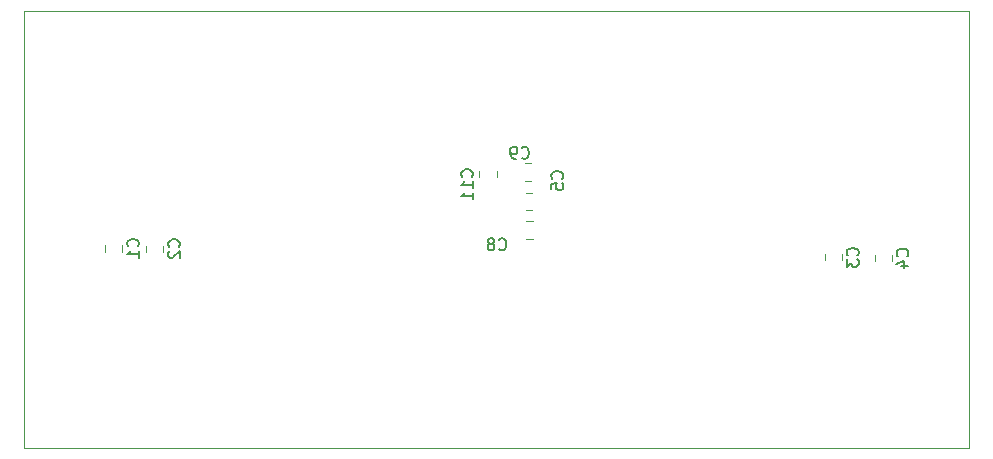
<source format=gbr>
%TF.GenerationSoftware,KiCad,Pcbnew,9.0.0*%
%TF.CreationDate,2025-03-14T14:13:33-06:00*%
%TF.ProjectId,scrollwheel_peripheral,7363726f-6c6c-4776-9865-656c5f706572,rev?*%
%TF.SameCoordinates,Original*%
%TF.FileFunction,Legend,Bot*%
%TF.FilePolarity,Positive*%
%FSLAX46Y46*%
G04 Gerber Fmt 4.6, Leading zero omitted, Abs format (unit mm)*
G04 Created by KiCad (PCBNEW 9.0.0) date 2025-03-14 14:13:33*
%MOMM*%
%LPD*%
G01*
G04 APERTURE LIST*
%ADD10C,0.150000*%
%ADD11C,0.120000*%
%TA.AperFunction,Profile*%
%ADD12C,0.050000*%
%TD*%
G04 APERTURE END LIST*
D10*
X79909580Y-67557142D02*
X79957200Y-67509523D01*
X79957200Y-67509523D02*
X80004819Y-67366666D01*
X80004819Y-67366666D02*
X80004819Y-67271428D01*
X80004819Y-67271428D02*
X79957200Y-67128571D01*
X79957200Y-67128571D02*
X79861961Y-67033333D01*
X79861961Y-67033333D02*
X79766723Y-66985714D01*
X79766723Y-66985714D02*
X79576247Y-66938095D01*
X79576247Y-66938095D02*
X79433390Y-66938095D01*
X79433390Y-66938095D02*
X79242914Y-66985714D01*
X79242914Y-66985714D02*
X79147676Y-67033333D01*
X79147676Y-67033333D02*
X79052438Y-67128571D01*
X79052438Y-67128571D02*
X79004819Y-67271428D01*
X79004819Y-67271428D02*
X79004819Y-67366666D01*
X79004819Y-67366666D02*
X79052438Y-67509523D01*
X79052438Y-67509523D02*
X79100057Y-67557142D01*
X80004819Y-68509523D02*
X80004819Y-67938095D01*
X80004819Y-68223809D02*
X79004819Y-68223809D01*
X79004819Y-68223809D02*
X79147676Y-68128571D01*
X79147676Y-68128571D02*
X79242914Y-68033333D01*
X79242914Y-68033333D02*
X79290533Y-67938095D01*
X80004819Y-69461904D02*
X80004819Y-68890476D01*
X80004819Y-69176190D02*
X79004819Y-69176190D01*
X79004819Y-69176190D02*
X79147676Y-69080952D01*
X79147676Y-69080952D02*
X79242914Y-68985714D01*
X79242914Y-68985714D02*
X79290533Y-68890476D01*
X51639580Y-73458333D02*
X51687200Y-73410714D01*
X51687200Y-73410714D02*
X51734819Y-73267857D01*
X51734819Y-73267857D02*
X51734819Y-73172619D01*
X51734819Y-73172619D02*
X51687200Y-73029762D01*
X51687200Y-73029762D02*
X51591961Y-72934524D01*
X51591961Y-72934524D02*
X51496723Y-72886905D01*
X51496723Y-72886905D02*
X51306247Y-72839286D01*
X51306247Y-72839286D02*
X51163390Y-72839286D01*
X51163390Y-72839286D02*
X50972914Y-72886905D01*
X50972914Y-72886905D02*
X50877676Y-72934524D01*
X50877676Y-72934524D02*
X50782438Y-73029762D01*
X50782438Y-73029762D02*
X50734819Y-73172619D01*
X50734819Y-73172619D02*
X50734819Y-73267857D01*
X50734819Y-73267857D02*
X50782438Y-73410714D01*
X50782438Y-73410714D02*
X50830057Y-73458333D01*
X51734819Y-74410714D02*
X51734819Y-73839286D01*
X51734819Y-74125000D02*
X50734819Y-74125000D01*
X50734819Y-74125000D02*
X50877676Y-74029762D01*
X50877676Y-74029762D02*
X50972914Y-73934524D01*
X50972914Y-73934524D02*
X51020533Y-73839286D01*
X116789580Y-74283333D02*
X116837200Y-74235714D01*
X116837200Y-74235714D02*
X116884819Y-74092857D01*
X116884819Y-74092857D02*
X116884819Y-73997619D01*
X116884819Y-73997619D02*
X116837200Y-73854762D01*
X116837200Y-73854762D02*
X116741961Y-73759524D01*
X116741961Y-73759524D02*
X116646723Y-73711905D01*
X116646723Y-73711905D02*
X116456247Y-73664286D01*
X116456247Y-73664286D02*
X116313390Y-73664286D01*
X116313390Y-73664286D02*
X116122914Y-73711905D01*
X116122914Y-73711905D02*
X116027676Y-73759524D01*
X116027676Y-73759524D02*
X115932438Y-73854762D01*
X115932438Y-73854762D02*
X115884819Y-73997619D01*
X115884819Y-73997619D02*
X115884819Y-74092857D01*
X115884819Y-74092857D02*
X115932438Y-74235714D01*
X115932438Y-74235714D02*
X115980057Y-74283333D01*
X116218152Y-75140476D02*
X116884819Y-75140476D01*
X115837200Y-74902381D02*
X116551485Y-74664286D01*
X116551485Y-74664286D02*
X116551485Y-75283333D01*
X55114580Y-73483333D02*
X55162200Y-73435714D01*
X55162200Y-73435714D02*
X55209819Y-73292857D01*
X55209819Y-73292857D02*
X55209819Y-73197619D01*
X55209819Y-73197619D02*
X55162200Y-73054762D01*
X55162200Y-73054762D02*
X55066961Y-72959524D01*
X55066961Y-72959524D02*
X54971723Y-72911905D01*
X54971723Y-72911905D02*
X54781247Y-72864286D01*
X54781247Y-72864286D02*
X54638390Y-72864286D01*
X54638390Y-72864286D02*
X54447914Y-72911905D01*
X54447914Y-72911905D02*
X54352676Y-72959524D01*
X54352676Y-72959524D02*
X54257438Y-73054762D01*
X54257438Y-73054762D02*
X54209819Y-73197619D01*
X54209819Y-73197619D02*
X54209819Y-73292857D01*
X54209819Y-73292857D02*
X54257438Y-73435714D01*
X54257438Y-73435714D02*
X54305057Y-73483333D01*
X54305057Y-73864286D02*
X54257438Y-73911905D01*
X54257438Y-73911905D02*
X54209819Y-74007143D01*
X54209819Y-74007143D02*
X54209819Y-74245238D01*
X54209819Y-74245238D02*
X54257438Y-74340476D01*
X54257438Y-74340476D02*
X54305057Y-74388095D01*
X54305057Y-74388095D02*
X54400295Y-74435714D01*
X54400295Y-74435714D02*
X54495533Y-74435714D01*
X54495533Y-74435714D02*
X54638390Y-74388095D01*
X54638390Y-74388095D02*
X55209819Y-73816667D01*
X55209819Y-73816667D02*
X55209819Y-74435714D01*
X112564580Y-74208333D02*
X112612200Y-74160714D01*
X112612200Y-74160714D02*
X112659819Y-74017857D01*
X112659819Y-74017857D02*
X112659819Y-73922619D01*
X112659819Y-73922619D02*
X112612200Y-73779762D01*
X112612200Y-73779762D02*
X112516961Y-73684524D01*
X112516961Y-73684524D02*
X112421723Y-73636905D01*
X112421723Y-73636905D02*
X112231247Y-73589286D01*
X112231247Y-73589286D02*
X112088390Y-73589286D01*
X112088390Y-73589286D02*
X111897914Y-73636905D01*
X111897914Y-73636905D02*
X111802676Y-73684524D01*
X111802676Y-73684524D02*
X111707438Y-73779762D01*
X111707438Y-73779762D02*
X111659819Y-73922619D01*
X111659819Y-73922619D02*
X111659819Y-74017857D01*
X111659819Y-74017857D02*
X111707438Y-74160714D01*
X111707438Y-74160714D02*
X111755057Y-74208333D01*
X111659819Y-74541667D02*
X111659819Y-75160714D01*
X111659819Y-75160714D02*
X112040771Y-74827381D01*
X112040771Y-74827381D02*
X112040771Y-74970238D01*
X112040771Y-74970238D02*
X112088390Y-75065476D01*
X112088390Y-75065476D02*
X112136009Y-75113095D01*
X112136009Y-75113095D02*
X112231247Y-75160714D01*
X112231247Y-75160714D02*
X112469342Y-75160714D01*
X112469342Y-75160714D02*
X112564580Y-75113095D01*
X112564580Y-75113095D02*
X112612200Y-75065476D01*
X112612200Y-75065476D02*
X112659819Y-74970238D01*
X112659819Y-74970238D02*
X112659819Y-74684524D01*
X112659819Y-74684524D02*
X112612200Y-74589286D01*
X112612200Y-74589286D02*
X112564580Y-74541667D01*
X87559580Y-67718333D02*
X87607200Y-67670714D01*
X87607200Y-67670714D02*
X87654819Y-67527857D01*
X87654819Y-67527857D02*
X87654819Y-67432619D01*
X87654819Y-67432619D02*
X87607200Y-67289762D01*
X87607200Y-67289762D02*
X87511961Y-67194524D01*
X87511961Y-67194524D02*
X87416723Y-67146905D01*
X87416723Y-67146905D02*
X87226247Y-67099286D01*
X87226247Y-67099286D02*
X87083390Y-67099286D01*
X87083390Y-67099286D02*
X86892914Y-67146905D01*
X86892914Y-67146905D02*
X86797676Y-67194524D01*
X86797676Y-67194524D02*
X86702438Y-67289762D01*
X86702438Y-67289762D02*
X86654819Y-67432619D01*
X86654819Y-67432619D02*
X86654819Y-67527857D01*
X86654819Y-67527857D02*
X86702438Y-67670714D01*
X86702438Y-67670714D02*
X86750057Y-67718333D01*
X86654819Y-68623095D02*
X86654819Y-68146905D01*
X86654819Y-68146905D02*
X87131009Y-68099286D01*
X87131009Y-68099286D02*
X87083390Y-68146905D01*
X87083390Y-68146905D02*
X87035771Y-68242143D01*
X87035771Y-68242143D02*
X87035771Y-68480238D01*
X87035771Y-68480238D02*
X87083390Y-68575476D01*
X87083390Y-68575476D02*
X87131009Y-68623095D01*
X87131009Y-68623095D02*
X87226247Y-68670714D01*
X87226247Y-68670714D02*
X87464342Y-68670714D01*
X87464342Y-68670714D02*
X87559580Y-68623095D01*
X87559580Y-68623095D02*
X87607200Y-68575476D01*
X87607200Y-68575476D02*
X87654819Y-68480238D01*
X87654819Y-68480238D02*
X87654819Y-68242143D01*
X87654819Y-68242143D02*
X87607200Y-68146905D01*
X87607200Y-68146905D02*
X87559580Y-68099286D01*
X82216666Y-73684580D02*
X82264285Y-73732200D01*
X82264285Y-73732200D02*
X82407142Y-73779819D01*
X82407142Y-73779819D02*
X82502380Y-73779819D01*
X82502380Y-73779819D02*
X82645237Y-73732200D01*
X82645237Y-73732200D02*
X82740475Y-73636961D01*
X82740475Y-73636961D02*
X82788094Y-73541723D01*
X82788094Y-73541723D02*
X82835713Y-73351247D01*
X82835713Y-73351247D02*
X82835713Y-73208390D01*
X82835713Y-73208390D02*
X82788094Y-73017914D01*
X82788094Y-73017914D02*
X82740475Y-72922676D01*
X82740475Y-72922676D02*
X82645237Y-72827438D01*
X82645237Y-72827438D02*
X82502380Y-72779819D01*
X82502380Y-72779819D02*
X82407142Y-72779819D01*
X82407142Y-72779819D02*
X82264285Y-72827438D01*
X82264285Y-72827438D02*
X82216666Y-72875057D01*
X81645237Y-73208390D02*
X81740475Y-73160771D01*
X81740475Y-73160771D02*
X81788094Y-73113152D01*
X81788094Y-73113152D02*
X81835713Y-73017914D01*
X81835713Y-73017914D02*
X81835713Y-72970295D01*
X81835713Y-72970295D02*
X81788094Y-72875057D01*
X81788094Y-72875057D02*
X81740475Y-72827438D01*
X81740475Y-72827438D02*
X81645237Y-72779819D01*
X81645237Y-72779819D02*
X81454761Y-72779819D01*
X81454761Y-72779819D02*
X81359523Y-72827438D01*
X81359523Y-72827438D02*
X81311904Y-72875057D01*
X81311904Y-72875057D02*
X81264285Y-72970295D01*
X81264285Y-72970295D02*
X81264285Y-73017914D01*
X81264285Y-73017914D02*
X81311904Y-73113152D01*
X81311904Y-73113152D02*
X81359523Y-73160771D01*
X81359523Y-73160771D02*
X81454761Y-73208390D01*
X81454761Y-73208390D02*
X81645237Y-73208390D01*
X81645237Y-73208390D02*
X81740475Y-73256009D01*
X81740475Y-73256009D02*
X81788094Y-73303628D01*
X81788094Y-73303628D02*
X81835713Y-73398866D01*
X81835713Y-73398866D02*
X81835713Y-73589342D01*
X81835713Y-73589342D02*
X81788094Y-73684580D01*
X81788094Y-73684580D02*
X81740475Y-73732200D01*
X81740475Y-73732200D02*
X81645237Y-73779819D01*
X81645237Y-73779819D02*
X81454761Y-73779819D01*
X81454761Y-73779819D02*
X81359523Y-73732200D01*
X81359523Y-73732200D02*
X81311904Y-73684580D01*
X81311904Y-73684580D02*
X81264285Y-73589342D01*
X81264285Y-73589342D02*
X81264285Y-73398866D01*
X81264285Y-73398866D02*
X81311904Y-73303628D01*
X81311904Y-73303628D02*
X81359523Y-73256009D01*
X81359523Y-73256009D02*
X81454761Y-73208390D01*
X84141666Y-65934580D02*
X84189285Y-65982200D01*
X84189285Y-65982200D02*
X84332142Y-66029819D01*
X84332142Y-66029819D02*
X84427380Y-66029819D01*
X84427380Y-66029819D02*
X84570237Y-65982200D01*
X84570237Y-65982200D02*
X84665475Y-65886961D01*
X84665475Y-65886961D02*
X84713094Y-65791723D01*
X84713094Y-65791723D02*
X84760713Y-65601247D01*
X84760713Y-65601247D02*
X84760713Y-65458390D01*
X84760713Y-65458390D02*
X84713094Y-65267914D01*
X84713094Y-65267914D02*
X84665475Y-65172676D01*
X84665475Y-65172676D02*
X84570237Y-65077438D01*
X84570237Y-65077438D02*
X84427380Y-65029819D01*
X84427380Y-65029819D02*
X84332142Y-65029819D01*
X84332142Y-65029819D02*
X84189285Y-65077438D01*
X84189285Y-65077438D02*
X84141666Y-65125057D01*
X83665475Y-66029819D02*
X83474999Y-66029819D01*
X83474999Y-66029819D02*
X83379761Y-65982200D01*
X83379761Y-65982200D02*
X83332142Y-65934580D01*
X83332142Y-65934580D02*
X83236904Y-65791723D01*
X83236904Y-65791723D02*
X83189285Y-65601247D01*
X83189285Y-65601247D02*
X83189285Y-65220295D01*
X83189285Y-65220295D02*
X83236904Y-65125057D01*
X83236904Y-65125057D02*
X83284523Y-65077438D01*
X83284523Y-65077438D02*
X83379761Y-65029819D01*
X83379761Y-65029819D02*
X83570237Y-65029819D01*
X83570237Y-65029819D02*
X83665475Y-65077438D01*
X83665475Y-65077438D02*
X83713094Y-65125057D01*
X83713094Y-65125057D02*
X83760713Y-65220295D01*
X83760713Y-65220295D02*
X83760713Y-65458390D01*
X83760713Y-65458390D02*
X83713094Y-65553628D01*
X83713094Y-65553628D02*
X83665475Y-65601247D01*
X83665475Y-65601247D02*
X83570237Y-65648866D01*
X83570237Y-65648866D02*
X83379761Y-65648866D01*
X83379761Y-65648866D02*
X83284523Y-65601247D01*
X83284523Y-65601247D02*
X83236904Y-65553628D01*
X83236904Y-65553628D02*
X83189285Y-65458390D01*
D11*
%TO.C,C11*%
X80565000Y-67038748D02*
X80565000Y-67561252D01*
X82035000Y-67038748D02*
X82035000Y-67561252D01*
%TO.C,C1*%
X48865000Y-73886252D02*
X48865000Y-73363748D01*
X50335000Y-73886252D02*
X50335000Y-73363748D01*
%TO.C,C4*%
X114015000Y-74711252D02*
X114015000Y-74188748D01*
X115485000Y-74711252D02*
X115485000Y-74188748D01*
%TO.C,C2*%
X52340000Y-73911252D02*
X52340000Y-73388748D01*
X53810000Y-73911252D02*
X53810000Y-73388748D01*
%TO.C,C3*%
X109790000Y-74636252D02*
X109790000Y-74113748D01*
X111260000Y-74636252D02*
X111260000Y-74113748D01*
%TO.C,C5*%
X85036252Y-68890000D02*
X84513748Y-68890000D01*
X85036252Y-70360000D02*
X84513748Y-70360000D01*
%TO.C,C8*%
X84538748Y-71315000D02*
X85061252Y-71315000D01*
X84538748Y-72785000D02*
X85061252Y-72785000D01*
%TO.C,C9*%
X84961252Y-66415000D02*
X84438748Y-66415000D01*
X84961252Y-67885000D02*
X84438748Y-67885000D01*
%TD*%
D12*
X42000000Y-53500000D02*
X122000000Y-53500000D01*
X122000000Y-90500000D01*
X42000000Y-90500000D01*
X42000000Y-53500000D01*
M02*

</source>
